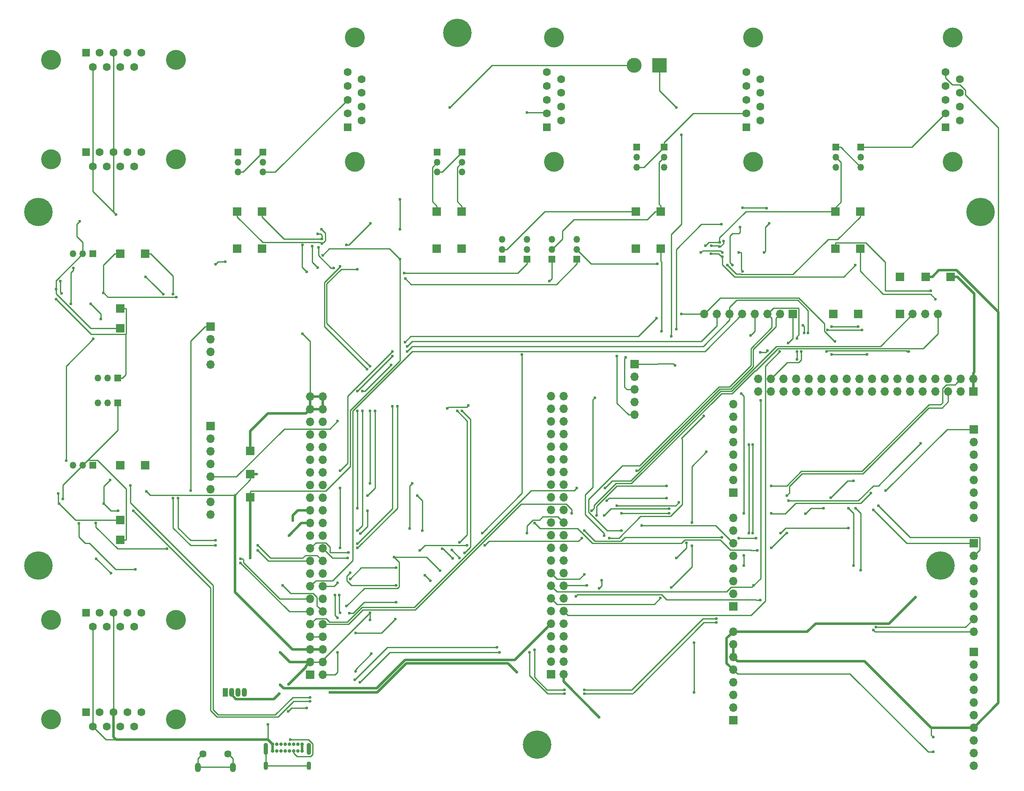
<source format=gbr>
G04 #@! TF.GenerationSoftware,KiCad,Pcbnew,5.1.5-52549c5~84~ubuntu18.04.1*
G04 #@! TF.CreationDate,2020-02-21T15:33:22+00:00*
G04 #@! TF.ProjectId,VCU_tester,5643555f-7465-4737-9465-722e6b696361,-*
G04 #@! TF.SameCoordinates,Original*
G04 #@! TF.FileFunction,Copper,L2,Bot*
G04 #@! TF.FilePolarity,Positive*
%FSLAX46Y46*%
G04 Gerber Fmt 4.6, Leading zero omitted, Abs format (unit mm)*
G04 Created by KiCad (PCBNEW 5.1.5-52549c5~84~ubuntu18.04.1) date 2020-02-21 15:33:22*
%MOMM*%
%LPD*%
G04 APERTURE LIST*
%ADD10R,1.350000X1.350000*%
%ADD11O,1.350000X1.350000*%
%ADD12O,1.700000X1.700000*%
%ADD13R,1.700000X1.700000*%
%ADD14C,5.700000*%
%ADD15O,0.900000X1.700000*%
%ADD16O,0.900000X2.400000*%
%ADD17C,0.700000*%
%ADD18R,1.600000X1.600000*%
%ADD19C,1.600000*%
%ADD20C,4.000000*%
%ADD21O,1.200000X1.900000*%
%ADD22C,1.450000*%
%ADD23C,3.000000*%
%ADD24R,3.000000X3.000000*%
%ADD25O,1.070000X1.800000*%
%ADD26R,1.070000X1.800000*%
%ADD27C,0.600000*%
%ADD28C,0.500000*%
%ADD29C,0.250000*%
G04 APERTURE END LIST*
D10*
X106000000Y-26500000D03*
D11*
X106000000Y-24500000D03*
X106000000Y-22500000D03*
X168000000Y-8000000D03*
X168000000Y-6000000D03*
D10*
X168000000Y-4000000D03*
D11*
X163000000Y-8000000D03*
X163000000Y-6000000D03*
D10*
X163000000Y-4000000D03*
D11*
X128500000Y-8000000D03*
X128500000Y-6000000D03*
D10*
X128500000Y-4000000D03*
D11*
X123000000Y-8000000D03*
X123000000Y-6000000D03*
D10*
X123000000Y-4000000D03*
D11*
X48000000Y-9000000D03*
X48000000Y-7000000D03*
D10*
X48000000Y-5000000D03*
D11*
X43000000Y-9000000D03*
X43000000Y-7000000D03*
D10*
X43000000Y-5000000D03*
D11*
X88000000Y-9000000D03*
X88000000Y-7000000D03*
D10*
X88000000Y-5000000D03*
D11*
X83000000Y-9000000D03*
X83000000Y-7000000D03*
D10*
X83000000Y-5000000D03*
D12*
X122600000Y-57760000D03*
X122600000Y-55220000D03*
X122600000Y-52680000D03*
X122600000Y-50140000D03*
D13*
X122600000Y-47600000D03*
D14*
X103000000Y-124000000D03*
X87000000Y19000000D03*
X184000000Y-88000000D03*
X192000000Y-17000000D03*
X3000000Y-88000000D03*
X3000000Y-17000000D03*
D15*
X57220000Y-128260000D03*
X48570000Y-128260000D03*
D16*
X57220000Y-124880000D03*
X48570000Y-124880000D03*
D17*
X53320000Y-125250000D03*
X55870000Y-125250000D03*
X55020000Y-125250000D03*
X54170000Y-125250000D03*
X49920000Y-125250000D03*
X51620000Y-125250000D03*
X52470000Y-125250000D03*
X50770000Y-125250000D03*
X55870000Y-123900000D03*
X55020000Y-123900000D03*
X54170000Y-123900000D03*
X53320000Y-123900000D03*
X52470000Y-123900000D03*
X51620000Y-123900000D03*
X50770000Y-123900000D03*
X49920000Y-123900000D03*
D13*
X45500000Y-74300000D03*
X45500000Y-69650000D03*
X45500000Y-65000000D03*
X181000000Y-30000000D03*
D12*
X147445000Y-50510000D03*
X147445000Y-53050000D03*
X149985000Y-50510000D03*
X149985000Y-53050000D03*
X152525000Y-50510000D03*
X152525000Y-53050000D03*
X155065000Y-50510000D03*
X155065000Y-53050000D03*
X157605000Y-50510000D03*
X157605000Y-53050000D03*
X160145000Y-50510000D03*
X160145000Y-53050000D03*
X162685000Y-50510000D03*
X162685000Y-53050000D03*
X165225000Y-50510000D03*
X165225000Y-53050000D03*
X167765000Y-50510000D03*
X167765000Y-53050000D03*
X170305000Y-50510000D03*
X170305000Y-53050000D03*
X172845000Y-50510000D03*
X172845000Y-53050000D03*
X175385000Y-50510000D03*
X175385000Y-53050000D03*
X177925000Y-50510000D03*
X177925000Y-53050000D03*
X180465000Y-50510000D03*
X180465000Y-53050000D03*
X183005000Y-50510000D03*
X183005000Y-53050000D03*
X185545000Y-50510000D03*
X185545000Y-53050000D03*
X188085000Y-50510000D03*
X188085000Y-53050000D03*
X190625000Y-50510000D03*
D13*
X190625000Y-53050000D03*
D12*
X142380000Y-101320000D03*
X142380000Y-103860000D03*
X142380000Y-106400000D03*
X142380000Y-108940000D03*
X142380000Y-111480000D03*
X142380000Y-114020000D03*
X142380000Y-116560000D03*
D13*
X142380000Y-119100000D03*
D12*
X190640000Y-128250000D03*
X190640000Y-125710000D03*
X190640000Y-123170000D03*
X190640000Y-120630000D03*
X190640000Y-118090000D03*
X190640000Y-115550000D03*
X190640000Y-113010000D03*
X190640000Y-110470000D03*
X190640000Y-107930000D03*
D13*
X190640000Y-105390000D03*
D12*
X60040000Y-54120000D03*
X57500000Y-54120000D03*
X60040000Y-56660000D03*
X57500000Y-56660000D03*
X60040000Y-59200000D03*
X57500000Y-59200000D03*
X60040000Y-61740000D03*
X57500000Y-61740000D03*
X60040000Y-64280000D03*
X57500000Y-64280000D03*
X60040000Y-66820000D03*
X57500000Y-66820000D03*
X60040000Y-69360000D03*
X57500000Y-69360000D03*
X60040000Y-71900000D03*
X57500000Y-71900000D03*
X60040000Y-74440000D03*
X57500000Y-74440000D03*
X60040000Y-76980000D03*
X57500000Y-76980000D03*
X60040000Y-79520000D03*
X57500000Y-79520000D03*
X60040000Y-82060000D03*
X57500000Y-82060000D03*
X60040000Y-84600000D03*
X57500000Y-84600000D03*
X60040000Y-87140000D03*
X57500000Y-87140000D03*
X60040000Y-89680000D03*
X57500000Y-89680000D03*
X60040000Y-92220000D03*
X57500000Y-92220000D03*
X60040000Y-94760000D03*
X57500000Y-94760000D03*
X60040000Y-97300000D03*
X57500000Y-97300000D03*
X60040000Y-99840000D03*
X57500000Y-99840000D03*
X60040000Y-102380000D03*
X57500000Y-102380000D03*
X60040000Y-104920000D03*
X57500000Y-104920000D03*
X60040000Y-107460000D03*
X57500000Y-107460000D03*
X60040000Y-110000000D03*
D13*
X57500000Y-110000000D03*
D12*
X108340000Y-54020000D03*
X105800000Y-54020000D03*
X108340000Y-56560000D03*
X105800000Y-56560000D03*
X108340000Y-59100000D03*
X105800000Y-59100000D03*
X108340000Y-61640000D03*
X105800000Y-61640000D03*
X108340000Y-64180000D03*
X105800000Y-64180000D03*
X108340000Y-66720000D03*
X105800000Y-66720000D03*
X108340000Y-69260000D03*
X105800000Y-69260000D03*
X108340000Y-71800000D03*
X105800000Y-71800000D03*
X108340000Y-74340000D03*
X105800000Y-74340000D03*
X108340000Y-76880000D03*
X105800000Y-76880000D03*
X108340000Y-79420000D03*
X105800000Y-79420000D03*
X108340000Y-81960000D03*
X105800000Y-81960000D03*
X108340000Y-84500000D03*
X105800000Y-84500000D03*
X108340000Y-87040000D03*
X105800000Y-87040000D03*
X108340000Y-89580000D03*
X105800000Y-89580000D03*
X108340000Y-92120000D03*
X105800000Y-92120000D03*
X108340000Y-94660000D03*
X105800000Y-94660000D03*
X108340000Y-97200000D03*
X105800000Y-97200000D03*
X108340000Y-99740000D03*
X105800000Y-99740000D03*
X108340000Y-102280000D03*
X105800000Y-102280000D03*
X108340000Y-104820000D03*
X105800000Y-104820000D03*
X108340000Y-107360000D03*
X105800000Y-107360000D03*
X108340000Y-109900000D03*
D13*
X105800000Y-109900000D03*
D18*
X12500000Y-5000000D03*
D19*
X15270000Y-5000000D03*
X18040000Y-5000000D03*
X20810000Y-5000000D03*
X23580000Y-5000000D03*
X13885000Y-7840000D03*
X16655000Y-7840000D03*
X19425000Y-7840000D03*
X22195000Y-7840000D03*
D20*
X5540000Y-6420000D03*
X30540000Y-6420000D03*
D18*
X12500000Y15000000D03*
D19*
X15270000Y15000000D03*
X18040000Y15000000D03*
X20810000Y15000000D03*
X23580000Y15000000D03*
X13885000Y12160000D03*
X16655000Y12160000D03*
X19425000Y12160000D03*
X22195000Y12160000D03*
D20*
X5540000Y13580000D03*
X30540000Y13580000D03*
D18*
X12500000Y-97500000D03*
D19*
X15270000Y-97500000D03*
X18040000Y-97500000D03*
X20810000Y-97500000D03*
X23580000Y-97500000D03*
X13885000Y-100340000D03*
X16655000Y-100340000D03*
X19425000Y-100340000D03*
X22195000Y-100340000D03*
D20*
X5540000Y-98920000D03*
X30540000Y-98920000D03*
D18*
X185000000Y0D03*
D19*
X185000000Y2770000D03*
X185000000Y5540000D03*
X185000000Y8310000D03*
X185000000Y11080000D03*
X187840000Y1385000D03*
X187840000Y4155000D03*
X187840000Y6925000D03*
X187840000Y9695000D03*
D20*
X186420000Y-6960000D03*
X186420000Y18040000D03*
D18*
X145000000Y0D03*
D19*
X145000000Y2770000D03*
X145000000Y5540000D03*
X145000000Y8310000D03*
X145000000Y11080000D03*
X147840000Y1385000D03*
X147840000Y4155000D03*
X147840000Y6925000D03*
X147840000Y9695000D03*
D20*
X146420000Y-6960000D03*
X146420000Y18040000D03*
D18*
X65000000Y0D03*
D19*
X65000000Y2770000D03*
X65000000Y5540000D03*
X65000000Y8310000D03*
X65000000Y11080000D03*
X67840000Y1385000D03*
X67840000Y4155000D03*
X67840000Y6925000D03*
X67840000Y9695000D03*
D20*
X66420000Y-6960000D03*
X66420000Y18040000D03*
D18*
X105000000Y0D03*
D19*
X105000000Y2770000D03*
X105000000Y5540000D03*
X105000000Y8310000D03*
X105000000Y11080000D03*
X107840000Y1385000D03*
X107840000Y4155000D03*
X107840000Y6925000D03*
X107840000Y9695000D03*
D20*
X106420000Y-6960000D03*
X106420000Y18040000D03*
D18*
X12500000Y-117500000D03*
D19*
X15270000Y-117500000D03*
X18040000Y-117500000D03*
X20810000Y-117500000D03*
X23580000Y-117500000D03*
X13885000Y-120340000D03*
X16655000Y-120340000D03*
X19425000Y-120340000D03*
X22195000Y-120340000D03*
D20*
X5540000Y-118920000D03*
X30540000Y-118920000D03*
D10*
X111000000Y-26500000D03*
D11*
X111000000Y-24500000D03*
X111000000Y-22500000D03*
D10*
X96000000Y-26500000D03*
D11*
X96000000Y-24500000D03*
X96000000Y-22500000D03*
D12*
X190640000Y-78460000D03*
X190640000Y-75920000D03*
X190640000Y-73380000D03*
X190640000Y-70840000D03*
X190640000Y-68300000D03*
X190640000Y-65760000D03*
X190640000Y-63220000D03*
D13*
X190640000Y-60680000D03*
D12*
X142380000Y-55600000D03*
X142380000Y-58140000D03*
X142380000Y-60680000D03*
X142380000Y-63220000D03*
X142380000Y-65760000D03*
X142380000Y-68300000D03*
X142380000Y-70840000D03*
D13*
X142380000Y-73380000D03*
D12*
X190640000Y-101320000D03*
X190640000Y-98780000D03*
X190640000Y-96240000D03*
X190640000Y-93700000D03*
X190640000Y-91160000D03*
X190640000Y-88620000D03*
X190640000Y-86080000D03*
D13*
X190640000Y-83540000D03*
D21*
X42000000Y-128600000D03*
X35000000Y-128600000D03*
D22*
X41000000Y-125900000D03*
X36000000Y-125900000D03*
D12*
X37500000Y-77780000D03*
X37500000Y-75240000D03*
X37500000Y-72700000D03*
X37500000Y-70160000D03*
X37500000Y-67620000D03*
X37500000Y-65080000D03*
X37500000Y-62540000D03*
D13*
X37500000Y-60000000D03*
D12*
X136590100Y-37500000D03*
X139130100Y-37500000D03*
X141670100Y-37500000D03*
X144210100Y-37500000D03*
X146750100Y-37500000D03*
X149290100Y-37500000D03*
X151830100Y-37500000D03*
D13*
X154370100Y-37500000D03*
X19370100Y-36382400D03*
X19370100Y-40382400D03*
X19370100Y-78882400D03*
X19370100Y-82882400D03*
X24370100Y-25382400D03*
X19370100Y-25382400D03*
X24370100Y-67882400D03*
X19370100Y-67882400D03*
X162500000Y-37500000D03*
X167500000Y-37500000D03*
X127870100Y-16882400D03*
X167870100Y-16882400D03*
X122870100Y-16882400D03*
X162870100Y-16882400D03*
X127870100Y-24382400D03*
X167870100Y-24382400D03*
X122870100Y-24382400D03*
X162870100Y-24382400D03*
X87870100Y-16882400D03*
X47870100Y-16882400D03*
X82870100Y-16882400D03*
X42870100Y-16882400D03*
X47870100Y-24382400D03*
X87870100Y-24382400D03*
X42870100Y-24382400D03*
X82870100Y-24382400D03*
X186000000Y-30000000D03*
X175870100Y-30000000D03*
D11*
X101000000Y-22500000D03*
X101000000Y-24500000D03*
D10*
X101000000Y-26500000D03*
X18870100Y-55382400D03*
D11*
X16870100Y-55382400D03*
X14870100Y-55382400D03*
D10*
X18870100Y-50382400D03*
D11*
X16870100Y-50382400D03*
X14870100Y-50382400D03*
D10*
X13870100Y-25382400D03*
D11*
X11870100Y-25382400D03*
X9870100Y-25382400D03*
D10*
X13870100Y-67882400D03*
D11*
X11870100Y-67882400D03*
X9870100Y-67882400D03*
D12*
X142380000Y-78460000D03*
X142380000Y-81000000D03*
X142380000Y-83540000D03*
X142380000Y-86080000D03*
X142380000Y-88620000D03*
X142380000Y-91160000D03*
X142380000Y-93700000D03*
D13*
X142380000Y-96240000D03*
D12*
X183490100Y-37500000D03*
X180950100Y-37500000D03*
X178410100Y-37500000D03*
D13*
X175870100Y-37500000D03*
D23*
X122500000Y12500000D03*
D24*
X127580000Y12500000D03*
D12*
X37500000Y-47620000D03*
X37500000Y-45080000D03*
X37500000Y-42540000D03*
D13*
X37500000Y-40000000D03*
D25*
X44270000Y-113500000D03*
X43000000Y-113500000D03*
X41730000Y-113500000D03*
D26*
X40460000Y-113500000D03*
D27*
X18500000Y-17500000D03*
X182500000Y-122500000D03*
X115500000Y-118500000D03*
X40500000Y-27000000D03*
X38500000Y-27500000D03*
X78000000Y-71500000D03*
X77500000Y-80625000D03*
X99000000Y-109500000D03*
X61500000Y-113500000D03*
X69500000Y-57000000D03*
X69500000Y-71500000D03*
X63000000Y-105500000D03*
X56000000Y-41500000D03*
X49000000Y-120000000D03*
X119000000Y-46000000D03*
X140230000Y-25148000D03*
X135912000Y-25148000D03*
X143532000Y-25148000D03*
X144294000Y-28932430D03*
X17500000Y-89600000D03*
X14600000Y-86700000D03*
X10000000Y-28250000D03*
X9500000Y-35500000D03*
X69500000Y-97517390D03*
X53158419Y-111908419D03*
X51283419Y-113783419D03*
X85500000Y4000000D03*
X75500000Y-14500000D03*
X75500000Y-20500000D03*
X75500000Y-26500000D03*
X45500000Y-86500000D03*
X51500000Y-105500000D03*
X14500000Y-79507400D03*
X28808058Y-84691942D03*
X8546615Y-66950030D03*
X14000000Y-42500000D03*
X15500000Y-38500000D03*
X13500000Y-35500000D03*
X60000000Y-25682400D03*
X69500000Y-99000000D03*
X24620100Y-73132400D03*
X182500000Y-125500000D03*
X24500000Y-30000000D03*
X28000000Y-33500000D03*
X178965000Y-94388400D03*
X116633059Y-72450001D03*
X111000000Y-72450001D03*
X110000000Y-77530001D03*
X114000000Y-77000000D03*
X87000000Y-57000000D03*
X87443353Y-83375000D03*
X85943353Y-84943353D03*
X87489853Y-86489853D03*
X51500000Y-112000000D03*
X131000000Y4000000D03*
X115500000Y-92625000D03*
X116000000Y-91000000D03*
X117500000Y-82500000D03*
X136500000Y-58000000D03*
X130000000Y-42000000D03*
X132000000Y-1500000D03*
X122989853Y-68989853D03*
X129500000Y-77500000D03*
X120000000Y-77500000D03*
X156000000Y-45049991D03*
X156600000Y-41307800D03*
X156400000Y-39800000D03*
X151720349Y-45049990D03*
X153425000Y-43349981D03*
X168254596Y-40682800D03*
X161323284Y-40682800D03*
X146500000Y-92000000D03*
X167509600Y-40057800D03*
X162099400Y-40057800D03*
X147875400Y-54891400D03*
X145894200Y-41785000D03*
X120000000Y-81000000D03*
X113000000Y-92000000D03*
X155200000Y-46600000D03*
X155200000Y-45049990D03*
X155229433Y-42429433D03*
X88000000Y-57000000D03*
X88489853Y-85489853D03*
X100000000Y-45625000D03*
X92000000Y-81500000D03*
X101000000Y-81500000D03*
X43500000Y-87500000D03*
X33500000Y-73000000D03*
X52000000Y-92000000D03*
X43500000Y-86699997D03*
X162175600Y-45595000D03*
X169236800Y-45595000D03*
X77000000Y-45000000D03*
X67000000Y-81000000D03*
X73739853Y-47739853D03*
X68000000Y-53000000D03*
X68000000Y-57000000D03*
X177619874Y-45064765D03*
X161159600Y-45049991D03*
X157425800Y-41307800D03*
X112500000Y-81000000D03*
X140095776Y-82332170D03*
X143500000Y-82500000D03*
X151875000Y-81500000D03*
X165500000Y-80500000D03*
X170500000Y-76875000D03*
X147000000Y-82500000D03*
X53250000Y-82000000D03*
X102500000Y-79500000D03*
X150000000Y-84500000D03*
X162000000Y-74375000D03*
X160500000Y-76500000D03*
X171500000Y-76000000D03*
X156893058Y-77606942D03*
X147250000Y-85000000D03*
X153125000Y-81500000D03*
X166500000Y-71000000D03*
X54000000Y-79000000D03*
X70500000Y-57000000D03*
X69000000Y-74000000D03*
X134500000Y-113500000D03*
X134500000Y-103500000D03*
X86077237Y-86577237D03*
X84000000Y-84625000D03*
X80000000Y-81000000D03*
X79000000Y-74000000D03*
X85000000Y-56500000D03*
X89200000Y-55900000D03*
X69618000Y-19306000D03*
X64792000Y-23624000D03*
X149628000Y-19306000D03*
X148612000Y-25148000D03*
X7870100Y-74632400D03*
X7120100Y-75632400D03*
X6950001Y-73549999D03*
X6500000Y-32500000D03*
X11300000Y-18900000D03*
X7620100Y-33382400D03*
X7370100Y-30882400D03*
X6500000Y-34500000D03*
X137944000Y-25402000D03*
X140230000Y-25948003D03*
X80500000Y-90000000D03*
X81577237Y-91077237D03*
X166900000Y-27688000D03*
X69795800Y-105750000D03*
X66595400Y-109298200D03*
X56841800Y-116664200D03*
X53082600Y-117350000D03*
X22424800Y-88800400D03*
X11121800Y-79605600D03*
X63000000Y-59000000D03*
X124000000Y-80000000D03*
X133000000Y-83500000D03*
X131000000Y-86500000D03*
X16120100Y-75632400D03*
X17370100Y-70882400D03*
X139000000Y-99500000D03*
X112500000Y-113800003D03*
X108500000Y-113800003D03*
X101500000Y-105500000D03*
X95524441Y-105475559D03*
X67500000Y-111500000D03*
X57500000Y-115300003D03*
X22000000Y-77000000D03*
X19000000Y-77000000D03*
X146300003Y-63770001D03*
X146300003Y-81500000D03*
X145500000Y-63770001D03*
X145500000Y-81500000D03*
X139000000Y-98674999D03*
X112500000Y-113000000D03*
X108500000Y-113000000D03*
X102500000Y-105000000D03*
X95000000Y-104500000D03*
X66500000Y-111000000D03*
X57500000Y-114500000D03*
X21425100Y-71927400D03*
X115000000Y-78000000D03*
X129000000Y-72000000D03*
X150000000Y-72000000D03*
X117000000Y-75000000D03*
X129000000Y-74500000D03*
X153125000Y-74000000D03*
X132000000Y-37500000D03*
X127000000Y-38375000D03*
X76500000Y-43165000D03*
X74000000Y-45000000D03*
X63500000Y-69000000D03*
X63500000Y-72450001D03*
X63000000Y-91500000D03*
X63500000Y-84500000D03*
X162800000Y-43000000D03*
X77000000Y-44000000D03*
X74000000Y-46000000D03*
X67000000Y-53000000D03*
X67000000Y-57000000D03*
X67000000Y-76500000D03*
X69000000Y-77000000D03*
X67565687Y-81565687D03*
X147800000Y-45200000D03*
X149282352Y-44882352D03*
X182000000Y-32875000D03*
X142262000Y-27682430D03*
X143786000Y-20068000D03*
X183000000Y-34500000D03*
X47000000Y-85000000D03*
X38500000Y-84000000D03*
X30000000Y-74500001D03*
X30000000Y-33500000D03*
X16000000Y-33250000D03*
X47000000Y-84000000D03*
X38500000Y-83000000D03*
X31000000Y-74500001D03*
X30625001Y-34125001D03*
X65173490Y-85442626D03*
X66958059Y-83658056D03*
X74000000Y-56000000D03*
X68934313Y-48565687D03*
X63468107Y-27925830D03*
X67000000Y-28500000D03*
X69500000Y-48000000D03*
X75000000Y-56000000D03*
X67000000Y-84500000D03*
X65049989Y-86500000D03*
X59150000Y-24100000D03*
X62200000Y-28225000D03*
X128000000Y-41000000D03*
X59870100Y-23382400D03*
X76600000Y-30400000D03*
X56800000Y-29000000D03*
X56000000Y-23600000D03*
X59800000Y-20500000D03*
X59870100Y-22382400D03*
X59000000Y-28200000D03*
X76400000Y-29300000D03*
X59051403Y-21392211D03*
X57900000Y-23900000D03*
X105500000Y-30900000D03*
X139722000Y-23116000D03*
X136800000Y-23800000D03*
X140484000Y-22862000D03*
X139585000Y-23904183D03*
X141246000Y-27682430D03*
X127200000Y-27400000D03*
X138000000Y-23800000D03*
X144294000Y-16121000D03*
X149120000Y-16257400D03*
X83577237Y-89077237D03*
X74335110Y-86352390D03*
X64800000Y-96200000D03*
X53500000Y-123000000D03*
X171065687Y-100434313D03*
X167000000Y-76500000D03*
X167999999Y-89000000D03*
X114600000Y-54300000D03*
X116500000Y-82000000D03*
X112500000Y-89800000D03*
X166500000Y-88000000D03*
X170500000Y-101000000D03*
X165500000Y-76500000D03*
X120849441Y-46249441D03*
X110800000Y-94200000D03*
X147800000Y-95000000D03*
X130700000Y-47800000D03*
X127800000Y-94600000D03*
X130000000Y-92400000D03*
X134100000Y-84100000D03*
X134100000Y-79375000D03*
X137000000Y-65200000D03*
X144500000Y-88000000D03*
X144500000Y-86000000D03*
X144500000Y-77500000D03*
X144000000Y-53500000D03*
X131000000Y-40500000D03*
X140000000Y-19500000D03*
X74750000Y-92000000D03*
X65500000Y-89500000D03*
X131500000Y-75375000D03*
X119000000Y-76000000D03*
X153500000Y-75000000D03*
X180000000Y-63500000D03*
X74750000Y-88500000D03*
X65500000Y-90750000D03*
X129500000Y-76625000D03*
X116500000Y-78000000D03*
X112000000Y-82500000D03*
X92500000Y-84000000D03*
X89000000Y-84000000D03*
X79500000Y-85000000D03*
X173000000Y-73000000D03*
X170000000Y-73500000D03*
X150000000Y-77500000D03*
X63300003Y-94000000D03*
X63500000Y-97500000D03*
X74800000Y-95400000D03*
X65400000Y-97600000D03*
X62500000Y-94000000D03*
X63000000Y-98500000D03*
X66600000Y-101600000D03*
X74600000Y-98800000D03*
X101000000Y3000000D03*
D28*
X55879900Y-123817600D02*
X55829901Y-123867599D01*
D29*
X18040000Y-17040000D02*
X18040000Y-16960000D01*
X18500000Y-17500000D02*
X18040000Y-17040000D01*
D28*
X142380000Y-106400000D02*
X142380000Y-103860000D01*
X143229999Y-107249999D02*
X168749999Y-107249999D01*
X142380000Y-106400000D02*
X143229999Y-107249999D01*
X182130000Y-120630000D02*
X190640000Y-120630000D01*
X168749999Y-107249999D02*
X182130000Y-120630000D01*
X56650001Y-57509999D02*
X48990001Y-57509999D01*
X57500000Y-56660000D02*
X56650001Y-57509999D01*
X45500000Y-61000000D02*
X45500000Y-65000000D01*
X48990001Y-57509999D02*
X45500000Y-61000000D01*
X60040000Y-56660000D02*
X57500000Y-56660000D01*
X57500000Y-54120000D02*
X57500000Y-56660000D01*
X57500000Y-54120000D02*
X60040000Y-54120000D01*
X60040000Y-54120000D02*
X60040000Y-56660000D01*
D29*
X182130000Y-120630000D02*
X182130000Y-122130000D01*
X182130000Y-122130000D02*
X182500000Y-122500000D01*
D28*
X55870000Y-123900000D02*
X55870000Y-125250000D01*
X49920000Y-123900000D02*
X49920000Y-125250000D01*
X49920000Y-123900000D02*
X49020000Y-123000000D01*
X18040000Y-118631370D02*
X18040000Y-117500000D01*
X18040000Y-122540000D02*
X18040000Y-118631370D01*
X18500000Y-123000000D02*
X18040000Y-122540000D01*
X49020000Y-123000000D02*
X18500000Y-123000000D01*
X108340000Y-109900000D02*
X108340000Y-111340000D01*
X108340000Y-111340000D02*
X115500000Y-118500000D01*
D29*
X40500000Y-27000000D02*
X39000000Y-27000000D01*
X38500000Y-27500000D02*
X39000000Y-27000000D01*
X78000000Y-71500000D02*
X77500000Y-72000000D01*
X77500000Y-72000000D02*
X77500000Y-80625000D01*
D28*
X99000000Y-109500000D02*
X97200010Y-107700010D01*
X70989962Y-113500000D02*
X61500000Y-113500000D01*
X97200010Y-107700010D02*
X76789952Y-107700010D01*
X76789952Y-107700010D02*
X70989962Y-113500000D01*
D29*
X69500000Y-57000000D02*
X69500000Y-71500000D01*
X62500000Y-110000000D02*
X60040000Y-110000000D01*
X63000000Y-105500000D02*
X63000000Y-109500000D01*
X63000000Y-109500000D02*
X62500000Y-110000000D01*
X57500000Y-43000000D02*
X57500000Y-54120000D01*
X56000000Y-41500000D02*
X57500000Y-43000000D01*
X49000000Y-122980000D02*
X49020000Y-123000000D01*
X49000000Y-120000000D02*
X49000000Y-122980000D01*
X136283001Y-24776999D02*
X135912000Y-25148000D01*
X140230000Y-25148000D02*
X139858999Y-24776999D01*
X139858999Y-24776999D02*
X136283001Y-24776999D01*
X143956264Y-25148000D02*
X144040000Y-25231736D01*
X143532000Y-25148000D02*
X143956264Y-25148000D01*
X144040000Y-25231736D02*
X144040000Y-27942000D01*
X144040000Y-27942000D02*
X144040000Y-28678430D01*
X144040000Y-28678430D02*
X144294000Y-28932430D01*
D28*
X190640000Y-120630000D02*
X195602000Y-115668000D01*
X182350000Y-30000000D02*
X181000000Y-30000000D01*
X187210001Y-28699999D02*
X183650001Y-28699999D01*
X195602000Y-37091998D02*
X187210001Y-28699999D01*
X183650001Y-28699999D02*
X182350000Y-30000000D01*
X195602000Y-115668000D02*
X195602000Y-37091998D01*
D29*
X121397919Y-57760000D02*
X121237919Y-57600000D01*
X122600000Y-57760000D02*
X121397919Y-57760000D01*
X121237919Y-57600000D02*
X121200000Y-57600000D01*
X119000000Y-55400000D02*
X119000000Y-46000000D01*
X121200000Y-57600000D02*
X119000000Y-55400000D01*
X18040000Y-5000000D02*
X18040000Y-16960000D01*
X16545000Y-123000000D02*
X13885000Y-120340000D01*
X18500000Y-123000000D02*
X16545000Y-123000000D01*
X13885000Y-120340000D02*
X13885000Y-100340000D01*
X18040000Y-97500000D02*
X18040000Y-117500000D01*
X13885000Y-7840000D02*
X13885000Y12160000D01*
X18040000Y15000000D02*
X18040000Y-5000000D01*
X13885000Y-12885000D02*
X18500000Y-17500000D01*
X13885000Y-7840000D02*
X13885000Y-12885000D01*
X17500000Y-89600000D02*
X14600000Y-86700000D01*
X185000000Y9948630D02*
X185000000Y11080000D01*
X186378631Y8569999D02*
X185000000Y9948630D01*
X187860003Y8569999D02*
X186378631Y8569999D01*
X188965001Y7465001D02*
X187860003Y8569999D01*
X188965001Y6534999D02*
X188965001Y7465001D01*
X195602000Y-102000D02*
X188965001Y6534999D01*
X195602000Y-37091998D02*
X195602000Y-102000D01*
X9500000Y-35500000D02*
X9500000Y-29500000D01*
X9500000Y-29174264D02*
X9500000Y-29500000D01*
X10000000Y-28674264D02*
X9500000Y-29174264D01*
X10000000Y-28250000D02*
X10000000Y-28674264D01*
X60040000Y-106977390D02*
X60040000Y-107460000D01*
X69500000Y-97517390D02*
X60040000Y-106977390D01*
D28*
X56650001Y-108309999D02*
X57500000Y-107460000D01*
X56650001Y-108309999D02*
X56650001Y-108416837D01*
X56650001Y-108416837D02*
X53158419Y-111908419D01*
X41730000Y-113988014D02*
X41730000Y-113500000D01*
X42591996Y-114850010D02*
X41730000Y-113988014D01*
X51283419Y-113783419D02*
X50216828Y-114850010D01*
X50216828Y-114850010D02*
X42591996Y-114850010D01*
D29*
X122500000Y12500000D02*
X94000000Y12500000D01*
X94000000Y12500000D02*
X85500000Y4000000D01*
X75500000Y-14500000D02*
X75500000Y-20500000D01*
X75500000Y-26500000D02*
X75500000Y-46863590D01*
X75500000Y-46863590D02*
X65500000Y-56863590D01*
X45500000Y-73200000D02*
X45500000Y-74300000D01*
X45624999Y-73075001D02*
X45500000Y-73200000D01*
X60604001Y-73075001D02*
X45624999Y-73075001D01*
X65500000Y-68179002D02*
X60604001Y-73075001D01*
X65500000Y-56863590D02*
X65500000Y-68179002D01*
D28*
X45500000Y-74300000D02*
X45500000Y-86500000D01*
X53460000Y-107460000D02*
X57500000Y-107460000D01*
X51500000Y-105500000D02*
X53460000Y-107460000D01*
D29*
X18894640Y-84691942D02*
X28808058Y-84691942D01*
X14500000Y-79507400D02*
X14500000Y-80297302D01*
X14500000Y-80297302D02*
X18894640Y-84691942D01*
X8546615Y-66950030D02*
X8546615Y-47953385D01*
X8546615Y-47953385D02*
X14000000Y-42500000D01*
X15500000Y-38500000D02*
X15500000Y-37500000D01*
X15500000Y-37500000D02*
X13500000Y-35500000D01*
X60040000Y-107460000D02*
X57500000Y-107460000D01*
X61307401Y-24374999D02*
X60000000Y-25682400D01*
X75500000Y-26500000D02*
X73374999Y-24374999D01*
X73374999Y-24374999D02*
X61307401Y-24374999D01*
X69500000Y-99000000D02*
X69500000Y-97517390D01*
X42374999Y-73875001D02*
X45500000Y-70750000D01*
X45500000Y-70750000D02*
X45500000Y-69650000D01*
X25362701Y-73875001D02*
X42374999Y-73875001D01*
X24620100Y-73132400D02*
X25362701Y-73875001D01*
D28*
X45500000Y-69650000D02*
X46850000Y-69650000D01*
X60040000Y-104920000D02*
X57500000Y-104920000D01*
X53920000Y-104920000D02*
X57500000Y-104920000D01*
X42374999Y-73875001D02*
X42374999Y-93374999D01*
X42374999Y-93374999D02*
X53920000Y-104920000D01*
X141530001Y-102169999D02*
X142380000Y-101320000D01*
X141079999Y-102620001D02*
X141530001Y-102169999D01*
X141079999Y-107639999D02*
X141079999Y-102620001D01*
X142380000Y-108940000D02*
X141079999Y-107639999D01*
D29*
X143229999Y-109789999D02*
X165789999Y-109789999D01*
X142380000Y-108940000D02*
X143229999Y-109789999D01*
X165789999Y-109789999D02*
X181500000Y-125500000D01*
X181500000Y-125500000D02*
X182500000Y-125500000D01*
X24500000Y-30000000D02*
X26000000Y-31500000D01*
X26000000Y-31500000D02*
X28000000Y-33500000D01*
D28*
X190625000Y-53050000D02*
X190625000Y-50510000D01*
X187350000Y-30000000D02*
X186000000Y-30000000D01*
X190776000Y-33426000D02*
X187350000Y-30000000D01*
X190776000Y-49156919D02*
X190776000Y-33426000D01*
X190625000Y-49307919D02*
X190776000Y-49156919D01*
X190625000Y-50510000D02*
X190625000Y-49307919D01*
X173669088Y-99684312D02*
X158886288Y-99684312D01*
X178965000Y-94388400D02*
X173669088Y-99684312D01*
X157250600Y-101320000D02*
X142380000Y-101320000D01*
X158886288Y-99684312D02*
X157250600Y-101320000D01*
D29*
X60040000Y-102380000D02*
X57500000Y-102380000D01*
X171935119Y-43974981D02*
X178410100Y-37500000D01*
X151073607Y-43974981D02*
X171935119Y-43974981D01*
X142048588Y-53000000D02*
X151073607Y-43974981D01*
X139863590Y-53000000D02*
X142048588Y-53000000D01*
X118802178Y-71000000D02*
X121863590Y-71000000D01*
X78421211Y-96442379D02*
X101888589Y-72975001D01*
X67921211Y-96442379D02*
X78421211Y-96442379D01*
X58675001Y-98664999D02*
X60664999Y-98664999D01*
X60664999Y-98664999D02*
X61389990Y-99389990D01*
X61389990Y-99389990D02*
X64973600Y-99389990D01*
X121863590Y-71000000D02*
X139863590Y-53000000D01*
X57500000Y-99840000D02*
X58675001Y-98664999D01*
X64973600Y-99389990D02*
X67921211Y-96442379D01*
X118802178Y-71000000D02*
X118083060Y-71000000D01*
X118083060Y-71000000D02*
X116633059Y-72450001D01*
X111000000Y-72450001D02*
X110450001Y-73000000D01*
X101913588Y-73000000D02*
X101888589Y-72975001D01*
X110450001Y-73000000D02*
X101913588Y-73000000D01*
X151381824Y-44424990D02*
X180500000Y-44424990D01*
X183490100Y-41434890D02*
X183490100Y-37500000D01*
X146874992Y-48931822D02*
X151381824Y-44424990D01*
X180500000Y-44424990D02*
X183490100Y-41434890D01*
X146753176Y-48931822D02*
X146874992Y-48931822D01*
X142184998Y-53500000D02*
X146753176Y-48931822D01*
X114500000Y-76500000D02*
X114500000Y-75938588D01*
X114000000Y-77000000D02*
X114500000Y-76500000D01*
X121935009Y-71564991D02*
X140000000Y-53500000D01*
X114500000Y-75938588D02*
X118873596Y-71564992D01*
X118873596Y-71564992D02*
X121935009Y-71564991D01*
X140000000Y-53500000D02*
X142184998Y-53500000D01*
X65160000Y-99840000D02*
X60040000Y-99840000D01*
X110000000Y-77530001D02*
X110000000Y-76800998D01*
X110000000Y-76800998D02*
X108904001Y-75704999D01*
X99795001Y-75704999D02*
X78607611Y-96892389D01*
X68107611Y-96892389D02*
X65160000Y-99840000D01*
X108904001Y-75704999D02*
X99795001Y-75704999D01*
X78607611Y-96892389D02*
X68107611Y-96892389D01*
X87000000Y-57000000D02*
X89000000Y-59000000D01*
X89000000Y-59000000D02*
X89000000Y-81818353D01*
X89000000Y-81818353D02*
X87443353Y-83375000D01*
X85943353Y-84943353D02*
X87489853Y-86489853D01*
D28*
X52158420Y-112658420D02*
X70841580Y-112658420D01*
X51500000Y-112000000D02*
X52158420Y-112658420D01*
X70841580Y-112658420D02*
X76500000Y-107000000D01*
X98540000Y-107000000D02*
X105800000Y-99740000D01*
X76500000Y-107000000D02*
X98540000Y-107000000D01*
D29*
X116000000Y-92125000D02*
X115500000Y-92625000D01*
X116000000Y-91000000D02*
X116000000Y-92125000D01*
X119425002Y-82500000D02*
X117500000Y-82500000D01*
X123800001Y-78125001D02*
X119425002Y-82500000D01*
X132125001Y-62625001D02*
X132125001Y-75800001D01*
X129800001Y-78125001D02*
X123800001Y-78125001D01*
X132125001Y-75800001D02*
X129800001Y-78125001D01*
X132000000Y-62500000D02*
X132125001Y-62625001D01*
X136500000Y-58000000D02*
X132000000Y-62500000D01*
X130000000Y-21500000D02*
X130000000Y-42000000D01*
X132000000Y-19500000D02*
X130000000Y-21500000D01*
X132000000Y-1500000D02*
X132000000Y-19500000D01*
X127580000Y7420000D02*
X131000000Y4000000D01*
X127580000Y12500000D02*
X127580000Y7420000D01*
X150980101Y-38349999D02*
X150980101Y-40019899D01*
X151830100Y-37500000D02*
X150980101Y-38349999D01*
X146374999Y-44625001D02*
X146374999Y-48037179D01*
X150980101Y-40019899D02*
X146374999Y-44625001D01*
X141862188Y-52549990D02*
X139677190Y-52549990D01*
X146374999Y-48037179D02*
X141862188Y-52549990D01*
X139677190Y-52549990D02*
X123237327Y-68989853D01*
X123237327Y-68989853D02*
X122989853Y-68989853D01*
X129500000Y-77500000D02*
X120000000Y-77500000D01*
X156000000Y-46725002D02*
X156000000Y-45049991D01*
X149985000Y-50510000D02*
X153269999Y-47225001D01*
X155500001Y-47225001D02*
X156000000Y-46725002D01*
X153269999Y-47225001D02*
X155500001Y-47225001D01*
X156600000Y-41307800D02*
X156600000Y-40000000D01*
X156600000Y-40000000D02*
X156400000Y-39800000D01*
X109189999Y-98049999D02*
X145950001Y-98049999D01*
X145950001Y-98049999D02*
X148814999Y-95185001D01*
X108340000Y-97200000D02*
X109189999Y-98049999D01*
X148809999Y-47960340D02*
X151720349Y-45049990D01*
X154370100Y-42404881D02*
X154370100Y-37500000D01*
X153425000Y-43349981D02*
X154370100Y-42404881D01*
X168254596Y-40682800D02*
X161323284Y-40682800D01*
X148809999Y-95180001D02*
X148814999Y-95185001D01*
X148809999Y-47960340D02*
X148809999Y-95180001D01*
X142005997Y-92335001D02*
X145664999Y-92335001D01*
X106975001Y-93295001D02*
X141045997Y-93295001D01*
X146164999Y-92335001D02*
X146500000Y-92000000D01*
X141045997Y-93295001D02*
X142005997Y-92335001D01*
X145664999Y-92335001D02*
X146164999Y-92335001D01*
X105800000Y-92120000D02*
X106975001Y-93295001D01*
X167509600Y-40057800D02*
X162099400Y-40057800D01*
X147875001Y-90624999D02*
X147875001Y-66727401D01*
X146500000Y-92000000D02*
X147875001Y-90624999D01*
X147875400Y-55218604D02*
X147875400Y-54891400D01*
X147875001Y-66727401D02*
X147875001Y-55219003D01*
X147875001Y-55219003D02*
X147875400Y-55218604D01*
X146750100Y-40929100D02*
X146750100Y-37500000D01*
X145894200Y-41785000D02*
X146750100Y-40929100D01*
X150140099Y-38349999D02*
X150140099Y-39859901D01*
X149290100Y-37500000D02*
X150140099Y-38349999D01*
X150140099Y-40223491D02*
X145924989Y-44438601D01*
X150140099Y-39859901D02*
X150140099Y-40223491D01*
X145924989Y-44438601D02*
X145924989Y-47850779D01*
X141675788Y-52099980D02*
X139490789Y-52099981D01*
X145924989Y-47850779D02*
X141675788Y-52099980D01*
X139490789Y-52099981D02*
X129795385Y-61795385D01*
X129795385Y-61795385D02*
X123590770Y-68000000D01*
X120158058Y-68000000D02*
X114158058Y-74000000D01*
X123590770Y-68000000D02*
X120158058Y-68000000D01*
X117074998Y-81000000D02*
X120000000Y-81000000D01*
X113374999Y-77300001D02*
X117074998Y-81000000D01*
X114158058Y-74000000D02*
X113374999Y-74783059D01*
X113374999Y-74783059D02*
X113374999Y-77300001D01*
X108460000Y-92000000D02*
X108340000Y-92120000D01*
X113000000Y-92000000D02*
X108460000Y-92000000D01*
X155200000Y-46600000D02*
X155200000Y-45049990D01*
X150465101Y-36324999D02*
X150140099Y-36650001D01*
X155480101Y-36324999D02*
X150465101Y-36324999D01*
X155545101Y-36389999D02*
X155480101Y-36324999D01*
X155545101Y-41689501D02*
X155545101Y-36389999D01*
X155229433Y-42005169D02*
X155545101Y-41689501D01*
X150140099Y-36650001D02*
X149290100Y-37500000D01*
X155229433Y-42429433D02*
X155229433Y-42005169D01*
X89625001Y-84354705D02*
X88489853Y-85489853D01*
X88000000Y-57000000D02*
X89625001Y-58625001D01*
X89625001Y-58625001D02*
X89625001Y-84354705D01*
X100000000Y-45625000D02*
X100000000Y-73500000D01*
X100000000Y-73500000D02*
X92000000Y-81500000D01*
X102199999Y-78874999D02*
X103515997Y-78874999D01*
X101000000Y-80074998D02*
X102199999Y-78874999D01*
X101000000Y-81500000D02*
X101000000Y-80074998D01*
X107490001Y-78570001D02*
X108340000Y-79420000D01*
X107164999Y-78244999D02*
X107490001Y-78570001D01*
X104145997Y-78244999D02*
X107164999Y-78244999D01*
X103515997Y-78874999D02*
X104145997Y-78244999D01*
X57500000Y-97300000D02*
X53300000Y-97300000D01*
X53300000Y-97300000D02*
X43500000Y-87500000D01*
X33500000Y-42900000D02*
X33500000Y-73000000D01*
X37500000Y-40000000D02*
X36400000Y-40000000D01*
X36400000Y-40000000D02*
X33500000Y-42900000D01*
X58864999Y-94385997D02*
X58864999Y-96124999D01*
X59190001Y-96450001D02*
X60040000Y-97300000D01*
X58064001Y-93584999D02*
X58864999Y-94385997D01*
X58864999Y-96124999D02*
X59190001Y-96450001D01*
X53584999Y-93584999D02*
X58064001Y-93584999D01*
X52000000Y-92000000D02*
X53584999Y-93584999D01*
X43924264Y-86699997D02*
X43500000Y-86699997D01*
X44125001Y-86900734D02*
X43924264Y-86699997D01*
X44125001Y-87488591D02*
X44125001Y-86900734D01*
X51396410Y-94760000D02*
X44125001Y-87488591D01*
X57500000Y-94760000D02*
X51396410Y-94760000D01*
X144210100Y-37500000D02*
X136710100Y-45000000D01*
X136710100Y-45000000D02*
X78000000Y-45000000D01*
X78000000Y-45000000D02*
X66000000Y-57000000D01*
X58349999Y-91370001D02*
X57500000Y-92220000D01*
X58675001Y-91044999D02*
X58349999Y-91370001D01*
X61955001Y-91044999D02*
X58675001Y-91044999D01*
X66000000Y-87000000D02*
X61955001Y-91044999D01*
X66000000Y-57000000D02*
X66000000Y-87000000D01*
X162175600Y-45595000D02*
X169236800Y-45595000D01*
X141670100Y-38702081D02*
X136372181Y-44000000D01*
X141670100Y-37500000D02*
X141670100Y-38702081D01*
X136372181Y-44000000D02*
X78000000Y-44000000D01*
X78000000Y-44000000D02*
X77000000Y-45000000D01*
X68000000Y-57000000D02*
X68000000Y-80000000D01*
X68000000Y-80000000D02*
X67000000Y-81000000D01*
X73739853Y-47739853D02*
X68479706Y-53000000D01*
X68479706Y-53000000D02*
X68000000Y-53000000D01*
X177390200Y-45137800D02*
X177127400Y-44875000D01*
X177127400Y-44875000D02*
X161334591Y-44875000D01*
X161334591Y-44875000D02*
X161159600Y-45049991D01*
X141670100Y-36179300D02*
X141670100Y-37500000D01*
X143125600Y-34723800D02*
X141670100Y-36179300D01*
X155368400Y-34723800D02*
X143125600Y-34723800D01*
X157425800Y-41307800D02*
X157425800Y-36781200D01*
X157425800Y-36781200D02*
X155368400Y-34723800D01*
X190640000Y-83540000D02*
X177165000Y-83540000D01*
X112500000Y-81000000D02*
X114625001Y-83125001D01*
X114625001Y-83125001D02*
X119874999Y-83125001D01*
X119874999Y-83125001D02*
X120667830Y-82332170D01*
X120667830Y-82332170D02*
X140095776Y-82332170D01*
X143500000Y-82500000D02*
X147000000Y-82500000D01*
X177165000Y-83540000D02*
X170500000Y-76875000D01*
X151875000Y-81500000D02*
X152875000Y-80500000D01*
X152875000Y-80500000D02*
X165500000Y-80500000D01*
D28*
X55730000Y-79520000D02*
X57500000Y-79520000D01*
X53250000Y-82000000D02*
X55730000Y-79520000D01*
D29*
X191489999Y-85230001D02*
X190640000Y-86080000D01*
X191815001Y-84904999D02*
X191489999Y-85230001D01*
X191750001Y-82364999D02*
X191815001Y-82429999D01*
X191815001Y-82429999D02*
X191815001Y-84904999D01*
X177864999Y-82364999D02*
X191750001Y-82364999D01*
X141815999Y-84904999D02*
X145904999Y-84904999D01*
X139785999Y-82874999D02*
X141815999Y-84904999D01*
X132699999Y-82874999D02*
X139785999Y-82874999D01*
X102500000Y-79500000D02*
X103595001Y-80595001D01*
X103595001Y-80595001D02*
X111169999Y-80595001D01*
X131999987Y-83575011D02*
X132699999Y-82874999D01*
X111169999Y-80595001D02*
X114150009Y-83575011D01*
X114150009Y-83575011D02*
X131999987Y-83575011D01*
X156893058Y-77606942D02*
X158000000Y-76500000D01*
X153000000Y-81500000D02*
X153125000Y-81500000D01*
X150000000Y-84500000D02*
X153000000Y-81500000D01*
X145904999Y-84904999D02*
X146000000Y-85000000D01*
X158000000Y-76500000D02*
X160500000Y-76500000D01*
X162000000Y-74375000D02*
X165375000Y-71000000D01*
X171500000Y-76000000D02*
X177864999Y-82364999D01*
X147250000Y-85000000D02*
X146000000Y-85000000D01*
X165375000Y-71000000D02*
X166500000Y-71000000D01*
D28*
X54000000Y-79000000D02*
X54000000Y-78000000D01*
X55020000Y-76980000D02*
X57500000Y-76980000D01*
X54000000Y-78000000D02*
X55020000Y-76980000D01*
D29*
X70500000Y-57000000D02*
X70500000Y-72500000D01*
X70500000Y-72500000D02*
X69000000Y-74000000D01*
X134500000Y-113500000D02*
X134500000Y-103500000D01*
X86077237Y-86577237D02*
X84125000Y-84625000D01*
X84125000Y-84625000D02*
X84000000Y-84625000D01*
X80000000Y-81000000D02*
X80000000Y-75000000D01*
X80000000Y-75000000D02*
X79000000Y-74000000D01*
X85000000Y-56500000D02*
X85299999Y-56200001D01*
X85299999Y-56200001D02*
X88700001Y-56200001D01*
X88700001Y-56200001D02*
X88899999Y-56200001D01*
X88899999Y-56200001D02*
X89200000Y-55900000D01*
X69618000Y-19306000D02*
X65300000Y-23624000D01*
X65300000Y-23624000D02*
X64792000Y-23624000D01*
X149628000Y-19306000D02*
X148866000Y-20068000D01*
X148866000Y-20068000D02*
X148866000Y-24894000D01*
X148866000Y-24894000D02*
X148612000Y-25148000D01*
X11870100Y-67882400D02*
X8870100Y-70882400D01*
X7870100Y-71882400D02*
X8870100Y-70882400D01*
X7870100Y-74632400D02*
X7870100Y-71882400D01*
X12545099Y-67207401D02*
X11870100Y-67882400D01*
X12870101Y-66882399D02*
X12545099Y-67207401D01*
X14805101Y-66882399D02*
X12870101Y-66882399D01*
X20545101Y-82807399D02*
X20545101Y-72622399D01*
X20470100Y-82882400D02*
X20545101Y-82807399D01*
X20545101Y-72622399D02*
X14805101Y-66882399D01*
X19370100Y-82882400D02*
X20470100Y-82882400D01*
X18870100Y-60882400D02*
X11870100Y-67882400D01*
X18870100Y-55382400D02*
X18870100Y-60882400D01*
X10370100Y-78882400D02*
X7120100Y-75632400D01*
X19370100Y-78882400D02*
X10370100Y-78882400D01*
X6950001Y-75462301D02*
X7120100Y-75632400D01*
X6950001Y-73549999D02*
X6950001Y-75462301D01*
X11870100Y-25382400D02*
X6570101Y-30682399D01*
X6500000Y-33425002D02*
X6500000Y-32500000D01*
X19370100Y-40382400D02*
X13457398Y-40382400D01*
X13457398Y-40382400D02*
X6500000Y-33425002D01*
X6500000Y-30752500D02*
X6570101Y-30682399D01*
X6500000Y-32500000D02*
X6500000Y-30752500D01*
X11300000Y-18900000D02*
X10700000Y-19500000D01*
X10700000Y-19500000D02*
X10700000Y-21900000D01*
X11870100Y-23070100D02*
X11870100Y-25382400D01*
X10700000Y-21900000D02*
X11870100Y-23070100D01*
X7370100Y-33132400D02*
X7620100Y-33382400D01*
X7370100Y-30882400D02*
X7370100Y-33132400D01*
X20470100Y-36382400D02*
X19370100Y-36382400D01*
X20545101Y-41492401D02*
X20545101Y-36457401D01*
X20480101Y-41557401D02*
X20545101Y-41492401D01*
X20545101Y-36457401D02*
X20470100Y-36382400D01*
X13557401Y-41557401D02*
X20480101Y-41557401D01*
X6500000Y-34500000D02*
X13557401Y-41557401D01*
X20480101Y-49697399D02*
X20480101Y-41557401D01*
X19795100Y-50382400D02*
X20480101Y-49697399D01*
X18870100Y-50382400D02*
X19795100Y-50382400D01*
X139468000Y-25402000D02*
X137944000Y-25402000D01*
X139839001Y-25773001D02*
X139468000Y-25402000D01*
X140054998Y-25773001D02*
X139839001Y-25773001D01*
X140230000Y-25948003D02*
X140054998Y-25773001D01*
X80500000Y-90000000D02*
X81577237Y-91077237D01*
X140230000Y-27591432D02*
X142646009Y-30007441D01*
X140230000Y-25948003D02*
X140230000Y-27591432D01*
X142646009Y-30007441D02*
X164580559Y-30007441D01*
X164580559Y-30007441D02*
X166900000Y-27688000D01*
X69795800Y-105750000D02*
X66595400Y-108950400D01*
X66595400Y-108950400D02*
X66595400Y-109298200D01*
X56841800Y-116664200D02*
X53768400Y-116664200D01*
X53768400Y-116664200D02*
X53082600Y-117350000D01*
X22424800Y-88800400D02*
X18462400Y-88800400D01*
X18462400Y-88800400D02*
X13179200Y-83517200D01*
X13179200Y-83517200D02*
X12391800Y-83517200D01*
X12391800Y-83517200D02*
X11121800Y-82247200D01*
X11121800Y-82247200D02*
X11121800Y-79605600D01*
X61435001Y-60564999D02*
X63000000Y-59000000D01*
X52299999Y-60564999D02*
X61435001Y-60564999D01*
X37500000Y-70160000D02*
X42704998Y-70160000D01*
X42704998Y-70160000D02*
X52299999Y-60564999D01*
X138840000Y-80000000D02*
X142380000Y-83540000D01*
X124000000Y-80000000D02*
X138840000Y-80000000D01*
X133000000Y-83500000D02*
X133000000Y-84500000D01*
X133000000Y-84500000D02*
X131000000Y-86500000D01*
X16120100Y-72132400D02*
X17370100Y-70882400D01*
X16120100Y-75632400D02*
X16120100Y-72132400D01*
X139000000Y-99500000D02*
X136500000Y-99500000D01*
X136500000Y-99500000D02*
X122500000Y-113500000D01*
X122500000Y-113500000D02*
X122199997Y-113800003D01*
X122199997Y-113800003D02*
X112500000Y-113800003D01*
X101500000Y-110136410D02*
X101500000Y-105500000D01*
X108500000Y-113800003D02*
X105163593Y-113800003D01*
X105163593Y-113800003D02*
X101500000Y-110136410D01*
X95524441Y-105475559D02*
X82024441Y-105475559D01*
X82024441Y-105475559D02*
X73524441Y-105475559D01*
X73524441Y-105475559D02*
X67500000Y-111500000D01*
X57500000Y-115300003D02*
X54199997Y-115300003D01*
X38813599Y-118450009D02*
X37500000Y-117136410D01*
X54199997Y-115300003D02*
X51049991Y-118450009D01*
X51049991Y-118450009D02*
X38813599Y-118450009D01*
X37500000Y-117136410D02*
X37500000Y-92500000D01*
X37500000Y-92500000D02*
X22000000Y-77000000D01*
X17487700Y-77000000D02*
X16120100Y-75632400D01*
X19000000Y-77000000D02*
X17487700Y-77000000D01*
X146300003Y-63770001D02*
X146300003Y-81500000D01*
X145500000Y-63770001D02*
X145500000Y-81500000D01*
X139000000Y-98674999D02*
X136325001Y-98674999D01*
X136325001Y-98674999D02*
X122000000Y-113000000D01*
X122000000Y-113000000D02*
X112500000Y-113000000D01*
X108500000Y-113000000D02*
X105000000Y-113000000D01*
X105000000Y-113000000D02*
X102500000Y-110500000D01*
X102500000Y-110500000D02*
X102500000Y-105000000D01*
X95000000Y-104500000D02*
X73000000Y-104500000D01*
X73000000Y-104500000D02*
X66500000Y-111000000D01*
X57500000Y-114500000D02*
X54000000Y-114500000D01*
X54000000Y-114500000D02*
X50500000Y-118000000D01*
X50500000Y-118000000D02*
X39000000Y-118000000D01*
X39000000Y-118000000D02*
X38000000Y-117000000D01*
X38000000Y-117000000D02*
X38000000Y-92000000D01*
X38000000Y-92000000D02*
X21425100Y-75425100D01*
X21425100Y-75425100D02*
X21425100Y-71927400D01*
X115000000Y-78000000D02*
X115000000Y-76074998D01*
X127000000Y-72000000D02*
X122136410Y-72000000D01*
X119059998Y-72015000D02*
X115037499Y-76037499D01*
X122121408Y-72015000D02*
X119059998Y-72015000D01*
X122136410Y-72000000D02*
X122121408Y-72015000D01*
X129000000Y-72000000D02*
X127000000Y-72000000D01*
X156052790Y-69115400D02*
X168244790Y-69115400D01*
X150000000Y-72000000D02*
X153168190Y-72000000D01*
X153168190Y-72000000D02*
X156052790Y-69115400D01*
X181655990Y-55704200D02*
X184019600Y-55704200D01*
X168244790Y-69115400D02*
X181655990Y-55704200D01*
X187235001Y-51359999D02*
X188085000Y-50510000D01*
X186909999Y-51685001D02*
X187235001Y-51359999D01*
X184369999Y-52485999D02*
X185170997Y-51685001D01*
X185170997Y-51685001D02*
X186909999Y-51685001D01*
X184369999Y-55353801D02*
X184369999Y-52485999D01*
X184019600Y-55704200D02*
X184369999Y-55353801D01*
X117000000Y-75000000D02*
X117299999Y-74700001D01*
X117500000Y-74500000D02*
X117299999Y-74700001D01*
X129000000Y-74500000D02*
X117500000Y-74500000D01*
X153705001Y-72705001D02*
X153705001Y-72294999D01*
X153125000Y-74000000D02*
X153705001Y-73419999D01*
X153705001Y-73419999D02*
X153705001Y-72294999D01*
X153705001Y-72294999D02*
X153705001Y-72099599D01*
X153705001Y-72099599D02*
X156206600Y-69598000D01*
X156206600Y-69598000D02*
X168398600Y-69598000D01*
X168398600Y-69598000D02*
X181632000Y-56364600D01*
X181632000Y-56364600D02*
X184324400Y-56364600D01*
X185545000Y-55144000D02*
X185545000Y-53050000D01*
X184324400Y-56364600D02*
X185545000Y-55144000D01*
X136590100Y-37500000D02*
X132000000Y-37500000D01*
X127000000Y-38375000D02*
X123375000Y-42000000D01*
X123375000Y-42000000D02*
X77665000Y-42000000D01*
X77665000Y-42000000D02*
X76500000Y-43165000D01*
X74000000Y-45000000D02*
X65000000Y-54000000D01*
X65000000Y-54000000D02*
X65000000Y-67500000D01*
X65000000Y-67500000D02*
X63500000Y-69000000D01*
X62280000Y-92220000D02*
X60040000Y-92220000D01*
X63000000Y-91500000D02*
X62280000Y-92220000D01*
X63500000Y-72450001D02*
X63500000Y-84500000D01*
X139816309Y-34273791D02*
X155554801Y-34273791D01*
X136590100Y-37500000D02*
X139816309Y-34273791D01*
X155554801Y-34273791D02*
X160698283Y-39417273D01*
X160698283Y-39417273D02*
X160698283Y-40982801D01*
X160698283Y-40982801D02*
X162715482Y-43000000D01*
X162715482Y-43000000D02*
X162800000Y-43000000D01*
X139130100Y-37500000D02*
X139130100Y-39869900D01*
X139130100Y-39869900D02*
X136000000Y-43000000D01*
X136000000Y-43000000D02*
X119000000Y-43000000D01*
X119000000Y-43000000D02*
X78000000Y-43000000D01*
X78000000Y-43000000D02*
X77000000Y-44000000D01*
X74000000Y-46000000D02*
X67000000Y-53000000D01*
X67000000Y-57000000D02*
X67000000Y-76500000D01*
X69000000Y-77000000D02*
X69000000Y-80131374D01*
X69000000Y-80131374D02*
X67565687Y-81565687D01*
X147800000Y-45200000D02*
X148964704Y-45200000D01*
X148964704Y-45200000D02*
X149282352Y-44882352D01*
X182000000Y-32875000D02*
X172875000Y-32875000D01*
X162870100Y-23282400D02*
X162870100Y-24382400D01*
X162945101Y-23207399D02*
X162870100Y-23282400D01*
X168980101Y-23207399D02*
X162945101Y-23207399D01*
X172875000Y-27102298D02*
X168980101Y-23207399D01*
X172875000Y-32875000D02*
X172875000Y-27102298D01*
X143532000Y-21338000D02*
X143786000Y-21084000D01*
X142262000Y-21338000D02*
X143532000Y-21338000D01*
X143786000Y-21084000D02*
X143786000Y-20068000D01*
X141754000Y-21846000D02*
X142262000Y-21338000D01*
X142262000Y-27682430D02*
X141754000Y-27174430D01*
X141754000Y-27174430D02*
X141754000Y-21846000D01*
X183000000Y-34500000D02*
X182000000Y-33500000D01*
X182000000Y-33500000D02*
X172500000Y-33500000D01*
X167870100Y-28870100D02*
X167870100Y-24382400D01*
X172500000Y-33500000D02*
X167870100Y-28870100D01*
X13870100Y-25382400D02*
X13350102Y-25382400D01*
X57500000Y-87140000D02*
X49140000Y-87140000D01*
X49140000Y-87140000D02*
X47000000Y-85000000D01*
X38500000Y-84000000D02*
X33500000Y-84000000D01*
X33500000Y-84000000D02*
X30000000Y-80500000D01*
X30000000Y-80500000D02*
X30000000Y-74500001D01*
X25470100Y-25382400D02*
X24370100Y-25382400D01*
X30000000Y-29912300D02*
X25470100Y-25382400D01*
X30000000Y-33500000D02*
X30000000Y-29912300D01*
X18270100Y-25382400D02*
X19370100Y-25382400D01*
X16000000Y-27652500D02*
X18270100Y-25382400D01*
X16000000Y-33250000D02*
X16000000Y-27652500D01*
X58864999Y-85964999D02*
X56535001Y-85964999D01*
X60040000Y-87140000D02*
X58864999Y-85964999D01*
X56535001Y-85964999D02*
X56000000Y-86500000D01*
X56000000Y-86500000D02*
X51500000Y-86500000D01*
X51500000Y-86500000D02*
X49500000Y-86500000D01*
X49500000Y-86500000D02*
X47000000Y-84000000D01*
X38500000Y-83000000D02*
X33500000Y-83000000D01*
X33500000Y-83000000D02*
X31000000Y-80500000D01*
X31000000Y-80500000D02*
X31000000Y-74500001D01*
X16299999Y-33549999D02*
X16000000Y-33250000D01*
X16875001Y-34125001D02*
X16299999Y-33549999D01*
X30374999Y-34125001D02*
X16875001Y-34125001D01*
X30374999Y-34125001D02*
X30625001Y-34125001D01*
X61500000Y-84320998D02*
X61500000Y-85423590D01*
X60604001Y-83424999D02*
X61500000Y-84320998D01*
X57500000Y-84600000D02*
X58675001Y-83424999D01*
X58675001Y-83424999D02*
X60604001Y-83424999D01*
X61500000Y-85423590D02*
X61519036Y-85442626D01*
X61519036Y-85442626D02*
X65173490Y-85442626D01*
X66958059Y-83658056D02*
X74000000Y-76616115D01*
X74000000Y-76616115D02*
X74000000Y-56000000D01*
X60374989Y-40006363D02*
X60374989Y-31125011D01*
X68934313Y-48565687D02*
X60374989Y-40006363D01*
X60374989Y-31125011D02*
X63468107Y-28031893D01*
X63468107Y-28031893D02*
X63468107Y-27925830D01*
X60824999Y-39324999D02*
X69500000Y-48000000D01*
X60824999Y-31389999D02*
X60824999Y-39324999D01*
X67000000Y-28500000D02*
X63714998Y-28500000D01*
X63714998Y-28500000D02*
X60824999Y-31389999D01*
X75000000Y-56000000D02*
X75000000Y-76500000D01*
X75000000Y-76500000D02*
X67000000Y-84500000D01*
X61940000Y-86500000D02*
X60040000Y-84600000D01*
X65049989Y-86500000D02*
X61940000Y-86500000D01*
X61617598Y-28225000D02*
X62200000Y-28225000D01*
X59150000Y-24100000D02*
X59150000Y-25757402D01*
X59150000Y-25757402D02*
X61617598Y-28225000D01*
X127870100Y-24382400D02*
X127870100Y-26870100D01*
X127870100Y-26870100D02*
X128000000Y-27000000D01*
X128000000Y-27000000D02*
X128000000Y-41000000D01*
X42870100Y-17982400D02*
X42870100Y-16882400D01*
X47970101Y-23082401D02*
X42870100Y-17982400D01*
X59570101Y-23082401D02*
X47970101Y-23082401D01*
X59870100Y-23382400D02*
X59570101Y-23082401D01*
X77725001Y-31525001D02*
X76600000Y-30400000D01*
X106899999Y-31525001D02*
X77725001Y-31525001D01*
X111000000Y-26500000D02*
X111000000Y-27425000D01*
X111000000Y-27425000D02*
X106899999Y-31525001D01*
X56800000Y-29000000D02*
X55900000Y-28100000D01*
X55900000Y-28100000D02*
X55900000Y-26300000D01*
X55900000Y-26300000D02*
X55900000Y-23700000D01*
X55900000Y-23700000D02*
X56000000Y-23600000D01*
X60170099Y-23082401D02*
X59870100Y-23382400D01*
X60495101Y-22757399D02*
X60170099Y-23082401D01*
X60495101Y-21195101D02*
X60495101Y-22757399D01*
X59800000Y-20500000D02*
X60495101Y-21195101D01*
X47870100Y-17982400D02*
X47870100Y-16882400D01*
X52270100Y-22382400D02*
X47870100Y-17982400D01*
X59870100Y-22382400D02*
X52270100Y-22382400D01*
X99125000Y-29300000D02*
X76400000Y-29300000D01*
X59000000Y-28200000D02*
X57900000Y-27100000D01*
X59592211Y-21392211D02*
X59870100Y-21670100D01*
X59870100Y-21670100D02*
X59870100Y-22382400D01*
X101000000Y-27425000D02*
X99125000Y-29300000D01*
X59051403Y-21392211D02*
X59592211Y-21392211D01*
X57900000Y-27100000D02*
X57900000Y-23900000D01*
X101000000Y-26500000D02*
X101000000Y-27425000D01*
X82870100Y-15782400D02*
X82870100Y-16882400D01*
X81999999Y-14912299D02*
X82870100Y-15782400D01*
X81999999Y-8000001D02*
X81999999Y-14912299D01*
X83000000Y-7000000D02*
X81999999Y-8000001D01*
X105500000Y-30900000D02*
X106000000Y-30400000D01*
X106000000Y-30400000D02*
X106000000Y-26500000D01*
X87870100Y-15782400D02*
X87870100Y-16882400D01*
X86999999Y-14912299D02*
X87870100Y-15782400D01*
X86999999Y-8000001D02*
X86999999Y-14912299D01*
X88000000Y-7000000D02*
X86999999Y-8000001D01*
X144942598Y-16882400D02*
X139624999Y-22199999D01*
X162870100Y-16882400D02*
X144942598Y-16882400D01*
X162870100Y-16129900D02*
X162870100Y-16882400D01*
X164000000Y-15000000D02*
X162870100Y-16129900D01*
X163000000Y-6000000D02*
X164000000Y-7000002D01*
X164000000Y-7000002D02*
X164000000Y-15000000D01*
X139624999Y-22199999D02*
X139624999Y-23018999D01*
X139624999Y-23018999D02*
X139722000Y-23116000D01*
X137484000Y-23116000D02*
X139722000Y-23116000D01*
X136800000Y-23800000D02*
X137484000Y-23116000D01*
X140484000Y-22862000D02*
X140484000Y-23286264D01*
X140484000Y-23286264D02*
X139866081Y-23904183D01*
X139866081Y-23904183D02*
X139585000Y-23904183D01*
X143024000Y-29460430D02*
X143024000Y-29466000D01*
X141246000Y-27682430D02*
X143024000Y-29460430D01*
X143024000Y-29460430D02*
X143896998Y-29460430D01*
X167870100Y-17982400D02*
X167870100Y-16882400D01*
X143993999Y-29557431D02*
X154362569Y-29557431D01*
X154362569Y-29557431D02*
X161420000Y-22500000D01*
X143896998Y-29460430D02*
X143993999Y-29557431D01*
X161420000Y-22500000D02*
X163352500Y-22500000D01*
X163352500Y-22500000D02*
X167870100Y-17982400D01*
X111000000Y-24500000D02*
X113900000Y-27400000D01*
X113900000Y-27400000D02*
X127200000Y-27400000D01*
X139480817Y-23800000D02*
X139585000Y-23904183D01*
X138000000Y-23800000D02*
X139480817Y-23800000D01*
X144294000Y-16121000D02*
X148983600Y-16121000D01*
X148983600Y-16121000D02*
X149120000Y-16257400D01*
X121770100Y-16882400D02*
X122870100Y-16882400D01*
X104572194Y-16882400D02*
X121770100Y-16882400D01*
X96954594Y-24500000D02*
X104572194Y-16882400D01*
X96000000Y-24500000D02*
X96954594Y-24500000D01*
X127499999Y-15412299D02*
X127870100Y-15782400D01*
X127870100Y-15782400D02*
X127870100Y-16882400D01*
X127499999Y-7000001D02*
X127499999Y-15412299D01*
X128500000Y-6000000D02*
X127499999Y-7000001D01*
X126770100Y-16882400D02*
X125152500Y-18500000D01*
X127870100Y-16882400D02*
X126770100Y-16882400D01*
X125152500Y-18500000D02*
X110400000Y-18500000D01*
X110400000Y-18500000D02*
X108100000Y-20800000D01*
X108100000Y-22400000D02*
X106000000Y-24500000D01*
X108100000Y-20800000D02*
X108100000Y-22400000D01*
X83577237Y-89077237D02*
X80852390Y-86352390D01*
X80852390Y-86352390D02*
X74335110Y-86352390D01*
X75375001Y-87392281D02*
X74635109Y-86652389D01*
X75375001Y-92300001D02*
X75375001Y-87392281D01*
X75050001Y-92625001D02*
X75375001Y-92300001D01*
X74635109Y-86652389D02*
X74335110Y-86352390D01*
X68374999Y-92625001D02*
X75050001Y-92625001D01*
X64800000Y-96200000D02*
X68374999Y-92625001D01*
X56520000Y-128260000D02*
X48570000Y-128260000D01*
X57220000Y-128260000D02*
X56520000Y-128260000D01*
X48570000Y-128260000D02*
X48570000Y-124880000D01*
X42000000Y-126800000D02*
X42000000Y-128500000D01*
X41000000Y-125800000D02*
X42000000Y-126800000D01*
X41150000Y-128500000D02*
X35000000Y-128500000D01*
X42000000Y-128500000D02*
X41150000Y-128500000D01*
X35000000Y-126800000D02*
X36000000Y-125800000D01*
X35000000Y-128500000D02*
X35000000Y-126800000D01*
X57186029Y-123000000D02*
X58000000Y-123813971D01*
X53500000Y-123000000D02*
X57186029Y-123000000D01*
X54170000Y-125744974D02*
X54170000Y-125250000D01*
X54830036Y-126405010D02*
X54170000Y-125744974D01*
X57541019Y-126405010D02*
X54830036Y-126405010D01*
X58000000Y-125946029D02*
X57541019Y-126405010D01*
X58000000Y-123813971D02*
X58000000Y-125946029D01*
X167000000Y-76500000D02*
X167999999Y-77499999D01*
X167999999Y-77499999D02*
X167999999Y-89000000D01*
X188985687Y-100434313D02*
X190640000Y-98780000D01*
X171065687Y-100434313D02*
X188985687Y-100434313D01*
X114600000Y-54300000D02*
X114200000Y-54700000D01*
X114200000Y-54700000D02*
X114200000Y-72300000D01*
X114200000Y-72300000D02*
X112700000Y-73800000D01*
X112700000Y-73800000D02*
X112700000Y-77800000D01*
X112700000Y-77800000D02*
X116500000Y-81600000D01*
X116500000Y-81600000D02*
X116500000Y-82000000D01*
X106649999Y-90429999D02*
X105800000Y-89580000D01*
X111544999Y-90755001D02*
X106975001Y-90755001D01*
X106975001Y-90755001D02*
X106649999Y-90429999D01*
X112500000Y-89800000D02*
X111544999Y-90755001D01*
X190640000Y-101320000D02*
X170820000Y-101320000D01*
X170820000Y-101320000D02*
X170500000Y-101000000D01*
X166500000Y-77500000D02*
X165500000Y-76500000D01*
X166500000Y-88000000D02*
X166500000Y-77500000D01*
X122600000Y-52680000D02*
X121080000Y-52680000D01*
X121080000Y-52680000D02*
X120600000Y-52200000D01*
X120600000Y-52200000D02*
X120600000Y-46498882D01*
X120600000Y-46498882D02*
X120849441Y-46249441D01*
X129000003Y-94875001D02*
X146924999Y-94875001D01*
X128025003Y-93900001D02*
X129000003Y-94875001D01*
X110800000Y-94200000D02*
X111099999Y-93900001D01*
X111099999Y-93900001D02*
X128025003Y-93900001D01*
X146924999Y-94875001D02*
X147049998Y-95000000D01*
X147049998Y-95000000D02*
X147800000Y-95000000D01*
X130700000Y-47800000D02*
X130400000Y-47500000D01*
X126564999Y-95835001D02*
X127800000Y-94600000D01*
X105800000Y-94660000D02*
X106975001Y-95835001D01*
X106975001Y-95835001D02*
X126564999Y-95835001D01*
X130000000Y-92400000D02*
X134100000Y-88300000D01*
X134100000Y-88300000D02*
X134100000Y-84100000D01*
X134100000Y-79375000D02*
X134100000Y-78950736D01*
X134100000Y-78950736D02*
X134100000Y-68100000D01*
X134100000Y-68100000D02*
X137000000Y-65200000D01*
X130400000Y-47500000D02*
X127300000Y-47500000D01*
X127200000Y-47600000D02*
X122600000Y-47600000D01*
X127300000Y-47500000D02*
X127200000Y-47600000D01*
X83000000Y-9000000D02*
X84000000Y-9000000D01*
X84000000Y-9000000D02*
X88000000Y-5000000D01*
X43000000Y-9000000D02*
X44000000Y-9000000D01*
X44000000Y-9000000D02*
X48000000Y-5000000D01*
X124500000Y-8000000D02*
X128500000Y-4000000D01*
X123000000Y-8000000D02*
X124500000Y-8000000D01*
X143868630Y2770000D02*
X145000000Y2770000D01*
X134345000Y2770000D02*
X143868630Y2770000D01*
X128500000Y-3075000D02*
X134345000Y2770000D01*
X128500000Y-4000000D02*
X128500000Y-3075000D01*
X164000000Y-4000000D02*
X168000000Y-8000000D01*
X163000000Y-4000000D02*
X164000000Y-4000000D01*
X178230000Y-4000000D02*
X185000000Y2770000D01*
X168000000Y-4000000D02*
X178230000Y-4000000D01*
X144500000Y-88000000D02*
X144500000Y-86000000D01*
X144500000Y-77500000D02*
X144500000Y-54000000D01*
X144500000Y-54000000D02*
X144000000Y-53500000D01*
X131000000Y-40500000D02*
X131000000Y-25000000D01*
X131000000Y-25000000D02*
X131000000Y-24500000D01*
X131000000Y-24500000D02*
X136000000Y-19500000D01*
X136000000Y-19500000D02*
X140000000Y-19500000D01*
X64874999Y-90125001D02*
X65200001Y-89799999D01*
X65200001Y-89799999D02*
X65500000Y-89500000D01*
X64874999Y-91050001D02*
X64874999Y-90125001D01*
X65824998Y-92000000D02*
X64874999Y-91050001D01*
X74750000Y-92000000D02*
X65824998Y-92000000D01*
X131500000Y-75375000D02*
X130875000Y-76000000D01*
X130875000Y-76000000D02*
X119000000Y-76000000D01*
X180000000Y-63500000D02*
X174000000Y-69500000D01*
X174000000Y-69500000D02*
X171500000Y-72000000D01*
X170500000Y-72000000D02*
X167500000Y-75000000D01*
X167500000Y-75000000D02*
X153500000Y-75000000D01*
X171500000Y-72000000D02*
X170500000Y-72000000D01*
X67750000Y-88500000D02*
X65500000Y-90750000D01*
X74750000Y-88500000D02*
X67750000Y-88500000D01*
X190640000Y-60680000D02*
X185320000Y-60680000D01*
X185320000Y-60680000D02*
X173000000Y-73000000D01*
X129500000Y-76625000D02*
X117875000Y-76625000D01*
X116500000Y-78000000D02*
X117875000Y-76625000D01*
X112000000Y-82500000D02*
X111500000Y-83000000D01*
X93364999Y-83135001D02*
X92500000Y-84000000D01*
X111500000Y-83000000D02*
X111364999Y-83135001D01*
X111364999Y-83135001D02*
X93364999Y-83135001D01*
X89000000Y-84000000D02*
X80500000Y-84000000D01*
X80500000Y-84000000D02*
X79500000Y-85000000D01*
X152800001Y-77625001D02*
X150125001Y-77625001D01*
X168000000Y-75500000D02*
X154925002Y-75500000D01*
X154925002Y-75500000D02*
X152800001Y-77625001D01*
X170000000Y-73500000D02*
X168000000Y-75500000D01*
X150125001Y-77625001D02*
X150000000Y-77500000D01*
X150000000Y-53070000D02*
X149990000Y-53060000D01*
X152500000Y-53090000D02*
X152530000Y-53060000D01*
X63300003Y-94000000D02*
X63300003Y-97300003D01*
X63300003Y-97300003D02*
X63500000Y-97500000D01*
X68327180Y-95400000D02*
X74800000Y-95400000D01*
X65400000Y-97600000D02*
X66127180Y-97600000D01*
X66127180Y-97600000D02*
X68327180Y-95400000D01*
X62500000Y-94000000D02*
X62500000Y-98000000D01*
X62500000Y-98000000D02*
X63000000Y-98500000D01*
X66600000Y-101600000D02*
X71800000Y-101600000D01*
X71800000Y-101600000D02*
X74600000Y-98800000D01*
X101000000Y3000000D02*
X104770000Y3000000D01*
X104770000Y3000000D02*
X105000000Y2770000D01*
X50460000Y-9000000D02*
X65000000Y5540000D01*
X48000000Y-9000000D02*
X50460000Y-9000000D01*
M02*

</source>
